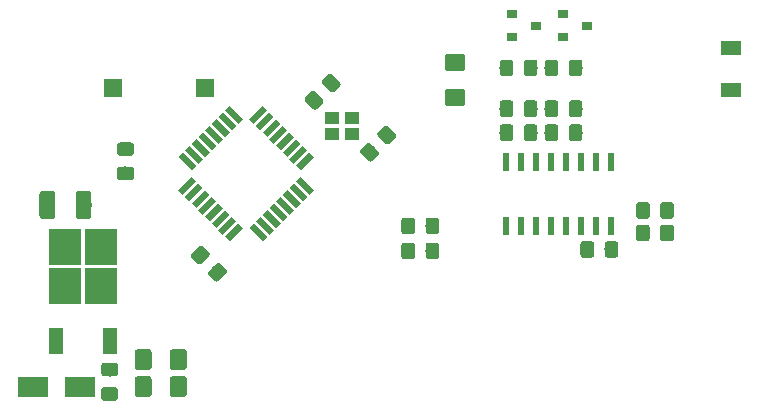
<source format=gbr>
G04 #@! TF.GenerationSoftware,KiCad,Pcbnew,(5.1.0)-1*
G04 #@! TF.CreationDate,2022-04-18T23:31:18-07:00*
G04 #@! TF.ProjectId,1602A_LCD Serial Backpack,31363032-415f-44c4-9344-205365726961,rev?*
G04 #@! TF.SameCoordinates,PX660b0c0PY66ff300*
G04 #@! TF.FileFunction,Paste,Bot*
G04 #@! TF.FilePolarity,Positive*
%FSLAX45Y45*%
G04 Gerber Fmt 4.5, Leading zero omitted, Abs format (unit mm)*
G04 Created by KiCad (PCBNEW (5.1.0)-1) date 2022-04-18 23:31:18*
%MOMM*%
%LPD*%
G04 APERTURE LIST*
%ADD10C,0.100000*%
%ADD11C,1.150000*%
%ADD12C,1.425000*%
%ADD13C,1.325000*%
%ADD14R,1.200000X2.200000*%
%ADD15R,2.750000X3.050000*%
%ADD16R,2.500000X1.800000*%
%ADD17R,0.900000X0.800000*%
%ADD18C,0.550000*%
%ADD19R,1.150000X1.000000*%
%ADD20R,1.500000X1.500000*%
%ADD21R,1.700000X1.300000*%
%ADD22R,0.600000X1.500000*%
G04 APERTURE END LIST*
D10*
G36*
X5717950Y1509800D02*
G01*
X5720377Y1509440D01*
X5722757Y1508843D01*
X5725067Y1508017D01*
X5727285Y1506968D01*
X5729389Y1505707D01*
X5731360Y1504245D01*
X5733178Y1502598D01*
X5734825Y1500780D01*
X5736287Y1498809D01*
X5737548Y1496705D01*
X5738597Y1494487D01*
X5739423Y1492177D01*
X5740020Y1489797D01*
X5740380Y1487370D01*
X5740500Y1484920D01*
X5740500Y1394920D01*
X5740380Y1392470D01*
X5740020Y1390043D01*
X5739423Y1387663D01*
X5738597Y1385353D01*
X5737548Y1383135D01*
X5736287Y1381031D01*
X5734825Y1379060D01*
X5733178Y1377242D01*
X5731360Y1375595D01*
X5729389Y1374133D01*
X5727285Y1372872D01*
X5725067Y1371823D01*
X5722757Y1370997D01*
X5720377Y1370400D01*
X5717950Y1370040D01*
X5715500Y1369920D01*
X5650500Y1369920D01*
X5648049Y1370040D01*
X5645623Y1370400D01*
X5643243Y1370997D01*
X5640933Y1371823D01*
X5638715Y1372872D01*
X5636611Y1374133D01*
X5634640Y1375595D01*
X5632822Y1377242D01*
X5631175Y1379060D01*
X5629713Y1381031D01*
X5628452Y1383135D01*
X5627403Y1385353D01*
X5626576Y1387663D01*
X5625980Y1390043D01*
X5625620Y1392470D01*
X5625500Y1394920D01*
X5625500Y1484920D01*
X5625620Y1487370D01*
X5625980Y1489797D01*
X5626576Y1492177D01*
X5627403Y1494487D01*
X5628452Y1496705D01*
X5629713Y1498809D01*
X5631175Y1500780D01*
X5632822Y1502598D01*
X5634640Y1504245D01*
X5636611Y1505707D01*
X5638715Y1506968D01*
X5640933Y1508017D01*
X5643243Y1508843D01*
X5645623Y1509440D01*
X5648049Y1509800D01*
X5650500Y1509920D01*
X5715500Y1509920D01*
X5717950Y1509800D01*
X5717950Y1509800D01*
G37*
D11*
X5683000Y1439920D03*
D10*
G36*
X5512951Y1509800D02*
G01*
X5515377Y1509440D01*
X5517757Y1508843D01*
X5520067Y1508017D01*
X5522285Y1506968D01*
X5524389Y1505707D01*
X5526360Y1504245D01*
X5528178Y1502598D01*
X5529825Y1500780D01*
X5531287Y1498809D01*
X5532548Y1496705D01*
X5533597Y1494487D01*
X5534424Y1492177D01*
X5535020Y1489797D01*
X5535380Y1487370D01*
X5535500Y1484920D01*
X5535500Y1394920D01*
X5535380Y1392470D01*
X5535020Y1390043D01*
X5534424Y1387663D01*
X5533597Y1385353D01*
X5532548Y1383135D01*
X5531287Y1381031D01*
X5529825Y1379060D01*
X5528178Y1377242D01*
X5526360Y1375595D01*
X5524389Y1374133D01*
X5522285Y1372872D01*
X5520067Y1371823D01*
X5517757Y1370997D01*
X5515377Y1370400D01*
X5512951Y1370040D01*
X5510500Y1369920D01*
X5445500Y1369920D01*
X5443050Y1370040D01*
X5440623Y1370400D01*
X5438243Y1370997D01*
X5435933Y1371823D01*
X5433715Y1372872D01*
X5431611Y1374133D01*
X5429640Y1375595D01*
X5427822Y1377242D01*
X5426175Y1379060D01*
X5424713Y1381031D01*
X5423452Y1383135D01*
X5422403Y1385353D01*
X5421577Y1387663D01*
X5420980Y1390043D01*
X5420620Y1392470D01*
X5420500Y1394920D01*
X5420500Y1484920D01*
X5420620Y1487370D01*
X5420980Y1489797D01*
X5421577Y1492177D01*
X5422403Y1494487D01*
X5423452Y1496705D01*
X5424713Y1498809D01*
X5426175Y1500780D01*
X5427822Y1502598D01*
X5429640Y1504245D01*
X5431611Y1505707D01*
X5433715Y1506968D01*
X5435933Y1508017D01*
X5438243Y1508843D01*
X5440623Y1509440D01*
X5443050Y1509800D01*
X5445500Y1509920D01*
X5510500Y1509920D01*
X5512951Y1509800D01*
X5512951Y1509800D01*
G37*
D11*
X5478000Y1439920D03*
D10*
G36*
X5209951Y3047780D02*
G01*
X5212377Y3047420D01*
X5214757Y3046823D01*
X5217067Y3045997D01*
X5219285Y3044948D01*
X5221389Y3043687D01*
X5223360Y3042225D01*
X5225178Y3040578D01*
X5226825Y3038760D01*
X5228287Y3036789D01*
X5229548Y3034685D01*
X5230597Y3032467D01*
X5231424Y3030157D01*
X5232020Y3027777D01*
X5232380Y3025350D01*
X5232500Y3022900D01*
X5232500Y2932900D01*
X5232380Y2930449D01*
X5232020Y2928023D01*
X5231424Y2925643D01*
X5230597Y2923333D01*
X5229548Y2921115D01*
X5228287Y2919011D01*
X5226825Y2917040D01*
X5225178Y2915222D01*
X5223360Y2913575D01*
X5221389Y2912113D01*
X5219285Y2910852D01*
X5217067Y2909803D01*
X5214757Y2908976D01*
X5212377Y2908380D01*
X5209951Y2908020D01*
X5207500Y2907900D01*
X5142500Y2907900D01*
X5140050Y2908020D01*
X5137623Y2908380D01*
X5135243Y2908976D01*
X5132933Y2909803D01*
X5130715Y2910852D01*
X5128611Y2912113D01*
X5126640Y2913575D01*
X5124822Y2915222D01*
X5123175Y2917040D01*
X5121713Y2919011D01*
X5120452Y2921115D01*
X5119403Y2923333D01*
X5118577Y2925643D01*
X5117980Y2928023D01*
X5117620Y2930449D01*
X5117500Y2932900D01*
X5117500Y3022900D01*
X5117620Y3025350D01*
X5117980Y3027777D01*
X5118577Y3030157D01*
X5119403Y3032467D01*
X5120452Y3034685D01*
X5121713Y3036789D01*
X5123175Y3038760D01*
X5124822Y3040578D01*
X5126640Y3042225D01*
X5128611Y3043687D01*
X5130715Y3044948D01*
X5132933Y3045997D01*
X5135243Y3046823D01*
X5137623Y3047420D01*
X5140050Y3047780D01*
X5142500Y3047900D01*
X5207500Y3047900D01*
X5209951Y3047780D01*
X5209951Y3047780D01*
G37*
D11*
X5175000Y2977900D03*
D10*
G36*
X5414951Y3047780D02*
G01*
X5417377Y3047420D01*
X5419757Y3046823D01*
X5422067Y3045997D01*
X5424285Y3044948D01*
X5426389Y3043687D01*
X5428360Y3042225D01*
X5430178Y3040578D01*
X5431825Y3038760D01*
X5433287Y3036789D01*
X5434548Y3034685D01*
X5435597Y3032467D01*
X5436424Y3030157D01*
X5437020Y3027777D01*
X5437380Y3025350D01*
X5437500Y3022900D01*
X5437500Y2932900D01*
X5437380Y2930449D01*
X5437020Y2928023D01*
X5436424Y2925643D01*
X5435597Y2923333D01*
X5434548Y2921115D01*
X5433287Y2919011D01*
X5431825Y2917040D01*
X5430178Y2915222D01*
X5428360Y2913575D01*
X5426389Y2912113D01*
X5424285Y2910852D01*
X5422067Y2909803D01*
X5419757Y2908976D01*
X5417377Y2908380D01*
X5414951Y2908020D01*
X5412500Y2907900D01*
X5347500Y2907900D01*
X5345050Y2908020D01*
X5342623Y2908380D01*
X5340243Y2908976D01*
X5337933Y2909803D01*
X5335715Y2910852D01*
X5333611Y2912113D01*
X5331640Y2913575D01*
X5329822Y2915222D01*
X5328175Y2917040D01*
X5326713Y2919011D01*
X5325452Y2921115D01*
X5324403Y2923333D01*
X5323577Y2925643D01*
X5322980Y2928023D01*
X5322620Y2930449D01*
X5322500Y2932900D01*
X5322500Y3022900D01*
X5322620Y3025350D01*
X5322980Y3027777D01*
X5323577Y3030157D01*
X5324403Y3032467D01*
X5325452Y3034685D01*
X5326713Y3036789D01*
X5328175Y3038760D01*
X5329822Y3040578D01*
X5331640Y3042225D01*
X5333611Y3043687D01*
X5335715Y3044948D01*
X5337933Y3045997D01*
X5340243Y3046823D01*
X5342623Y3047420D01*
X5345050Y3047780D01*
X5347500Y3047900D01*
X5412500Y3047900D01*
X5414951Y3047780D01*
X5414951Y3047780D01*
G37*
D11*
X5380000Y2977900D03*
D10*
G36*
X4422860Y3095080D02*
G01*
X4425287Y3094720D01*
X4427667Y3094123D01*
X4429977Y3093297D01*
X4432195Y3092248D01*
X4434299Y3090987D01*
X4436270Y3089525D01*
X4438088Y3087878D01*
X4439735Y3086060D01*
X4441197Y3084089D01*
X4442458Y3081985D01*
X4443507Y3079767D01*
X4444334Y3077457D01*
X4444930Y3075077D01*
X4445290Y3072650D01*
X4445410Y3070200D01*
X4445410Y2977700D01*
X4445290Y2975250D01*
X4444930Y2972823D01*
X4444334Y2970443D01*
X4443507Y2968133D01*
X4442458Y2965915D01*
X4441197Y2963811D01*
X4439735Y2961840D01*
X4438088Y2960022D01*
X4436270Y2958375D01*
X4434299Y2956913D01*
X4432195Y2955652D01*
X4429977Y2954603D01*
X4427667Y2953776D01*
X4425287Y2953180D01*
X4422860Y2952820D01*
X4420410Y2952700D01*
X4295410Y2952700D01*
X4292960Y2952820D01*
X4290533Y2953180D01*
X4288153Y2953776D01*
X4285843Y2954603D01*
X4283625Y2955652D01*
X4281521Y2956913D01*
X4279550Y2958375D01*
X4277732Y2960022D01*
X4276085Y2961840D01*
X4274623Y2963811D01*
X4273362Y2965915D01*
X4272313Y2968133D01*
X4271487Y2970443D01*
X4270890Y2972823D01*
X4270530Y2975250D01*
X4270410Y2977700D01*
X4270410Y3070200D01*
X4270530Y3072650D01*
X4270890Y3075077D01*
X4271487Y3077457D01*
X4272313Y3079767D01*
X4273362Y3081985D01*
X4274623Y3084089D01*
X4276085Y3086060D01*
X4277732Y3087878D01*
X4279550Y3089525D01*
X4281521Y3090987D01*
X4283625Y3092248D01*
X4285843Y3093297D01*
X4288153Y3094123D01*
X4290533Y3094720D01*
X4292960Y3095080D01*
X4295410Y3095200D01*
X4420410Y3095200D01*
X4422860Y3095080D01*
X4422860Y3095080D01*
G37*
D12*
X4357910Y3023950D03*
D10*
G36*
X4422860Y2797580D02*
G01*
X4425287Y2797220D01*
X4427667Y2796623D01*
X4429977Y2795797D01*
X4432195Y2794748D01*
X4434299Y2793487D01*
X4436270Y2792025D01*
X4438088Y2790378D01*
X4439735Y2788560D01*
X4441197Y2786589D01*
X4442458Y2784485D01*
X4443507Y2782267D01*
X4444334Y2779957D01*
X4444930Y2777577D01*
X4445290Y2775150D01*
X4445410Y2772700D01*
X4445410Y2680200D01*
X4445290Y2677750D01*
X4444930Y2675323D01*
X4444334Y2672943D01*
X4443507Y2670633D01*
X4442458Y2668415D01*
X4441197Y2666311D01*
X4439735Y2664340D01*
X4438088Y2662522D01*
X4436270Y2660875D01*
X4434299Y2659413D01*
X4432195Y2658152D01*
X4429977Y2657103D01*
X4427667Y2656277D01*
X4425287Y2655680D01*
X4422860Y2655320D01*
X4420410Y2655200D01*
X4295410Y2655200D01*
X4292960Y2655320D01*
X4290533Y2655680D01*
X4288153Y2656277D01*
X4285843Y2657103D01*
X4283625Y2658152D01*
X4281521Y2659413D01*
X4279550Y2660875D01*
X4277732Y2662522D01*
X4276085Y2664340D01*
X4274623Y2666311D01*
X4273362Y2668415D01*
X4272313Y2670633D01*
X4271487Y2672943D01*
X4270890Y2675323D01*
X4270530Y2677750D01*
X4270410Y2680200D01*
X4270410Y2772700D01*
X4270530Y2775150D01*
X4270890Y2777577D01*
X4271487Y2779957D01*
X4272313Y2782267D01*
X4273362Y2784485D01*
X4274623Y2786589D01*
X4276085Y2788560D01*
X4277732Y2790378D01*
X4279550Y2792025D01*
X4281521Y2793487D01*
X4283625Y2794748D01*
X4285843Y2795797D01*
X4288153Y2796623D01*
X4290533Y2797220D01*
X4292960Y2797580D01*
X4295410Y2797700D01*
X4420410Y2797700D01*
X4422860Y2797580D01*
X4422860Y2797580D01*
G37*
D12*
X4357910Y2726450D03*
D10*
G36*
X1257651Y1933400D02*
G01*
X1260077Y1933040D01*
X1262457Y1932443D01*
X1264767Y1931617D01*
X1266985Y1930568D01*
X1269089Y1929307D01*
X1271060Y1927845D01*
X1272878Y1926198D01*
X1274525Y1924380D01*
X1275987Y1922409D01*
X1277248Y1920305D01*
X1278297Y1918087D01*
X1279124Y1915777D01*
X1279720Y1913397D01*
X1280080Y1910970D01*
X1280200Y1908520D01*
X1280200Y1723520D01*
X1280080Y1721069D01*
X1279720Y1718643D01*
X1279124Y1716263D01*
X1278297Y1713953D01*
X1277248Y1711735D01*
X1275987Y1709631D01*
X1274525Y1707660D01*
X1272878Y1705842D01*
X1271060Y1704195D01*
X1269089Y1702733D01*
X1266985Y1701472D01*
X1264767Y1700423D01*
X1262457Y1699596D01*
X1260077Y1699000D01*
X1257651Y1698640D01*
X1255200Y1698520D01*
X1172700Y1698520D01*
X1170250Y1698640D01*
X1167823Y1699000D01*
X1165443Y1699596D01*
X1163133Y1700423D01*
X1160915Y1701472D01*
X1158811Y1702733D01*
X1156840Y1704195D01*
X1155022Y1705842D01*
X1153375Y1707660D01*
X1151913Y1709631D01*
X1150652Y1711735D01*
X1149603Y1713953D01*
X1148777Y1716263D01*
X1148180Y1718643D01*
X1147820Y1721069D01*
X1147700Y1723520D01*
X1147700Y1908520D01*
X1147820Y1910970D01*
X1148180Y1913397D01*
X1148777Y1915777D01*
X1149603Y1918087D01*
X1150652Y1920305D01*
X1151913Y1922409D01*
X1153375Y1924380D01*
X1155022Y1926198D01*
X1156840Y1927845D01*
X1158811Y1929307D01*
X1160915Y1930568D01*
X1163133Y1931617D01*
X1165443Y1932443D01*
X1167823Y1933040D01*
X1170250Y1933400D01*
X1172700Y1933520D01*
X1255200Y1933520D01*
X1257651Y1933400D01*
X1257651Y1933400D01*
G37*
D13*
X1213950Y1816020D03*
D10*
G36*
X950150Y1933400D02*
G01*
X952577Y1933040D01*
X954957Y1932443D01*
X957267Y1931617D01*
X959485Y1930568D01*
X961589Y1929307D01*
X963560Y1927845D01*
X965378Y1926198D01*
X967025Y1924380D01*
X968487Y1922409D01*
X969748Y1920305D01*
X970797Y1918087D01*
X971623Y1915777D01*
X972220Y1913397D01*
X972580Y1910970D01*
X972700Y1908520D01*
X972700Y1723520D01*
X972580Y1721069D01*
X972220Y1718643D01*
X971623Y1716263D01*
X970797Y1713953D01*
X969748Y1711735D01*
X968487Y1709631D01*
X967025Y1707660D01*
X965378Y1705842D01*
X963560Y1704195D01*
X961589Y1702733D01*
X959485Y1701472D01*
X957267Y1700423D01*
X954957Y1699596D01*
X952577Y1699000D01*
X950150Y1698640D01*
X947700Y1698520D01*
X865200Y1698520D01*
X862749Y1698640D01*
X860323Y1699000D01*
X857943Y1699596D01*
X855633Y1700423D01*
X853415Y1701472D01*
X851311Y1702733D01*
X849340Y1704195D01*
X847522Y1705842D01*
X845875Y1707660D01*
X844413Y1709631D01*
X843152Y1711735D01*
X842103Y1713953D01*
X841276Y1716263D01*
X840680Y1718643D01*
X840320Y1721069D01*
X840200Y1723520D01*
X840200Y1908520D01*
X840320Y1910970D01*
X840680Y1913397D01*
X841276Y1915777D01*
X842103Y1918087D01*
X843152Y1920305D01*
X844413Y1922409D01*
X845875Y1924380D01*
X847522Y1926198D01*
X849340Y1927845D01*
X851311Y1929307D01*
X853415Y1930568D01*
X855633Y1931617D01*
X857943Y1932443D01*
X860323Y1933040D01*
X862749Y1933400D01*
X865200Y1933520D01*
X947700Y1933520D01*
X950150Y1933400D01*
X950150Y1933400D01*
G37*
D13*
X906450Y1816020D03*
D14*
X1434250Y664500D03*
X978250Y664500D03*
D15*
X1053750Y1462000D03*
X1358750Y1127000D03*
X1358750Y1462000D03*
X1053750Y1127000D03*
D10*
G36*
X4828951Y3047780D02*
G01*
X4831377Y3047420D01*
X4833757Y3046823D01*
X4836067Y3045997D01*
X4838285Y3044948D01*
X4840389Y3043687D01*
X4842360Y3042225D01*
X4844178Y3040578D01*
X4845825Y3038760D01*
X4847287Y3036789D01*
X4848548Y3034685D01*
X4849597Y3032467D01*
X4850424Y3030157D01*
X4851020Y3027777D01*
X4851380Y3025350D01*
X4851500Y3022900D01*
X4851500Y2932900D01*
X4851380Y2930449D01*
X4851020Y2928023D01*
X4850424Y2925643D01*
X4849597Y2923333D01*
X4848548Y2921115D01*
X4847287Y2919011D01*
X4845825Y2917040D01*
X4844178Y2915222D01*
X4842360Y2913575D01*
X4840389Y2912113D01*
X4838285Y2910852D01*
X4836067Y2909803D01*
X4833757Y2908976D01*
X4831377Y2908380D01*
X4828951Y2908020D01*
X4826500Y2907900D01*
X4761500Y2907900D01*
X4759050Y2908020D01*
X4756623Y2908380D01*
X4754243Y2908976D01*
X4751933Y2909803D01*
X4749715Y2910852D01*
X4747611Y2912113D01*
X4745640Y2913575D01*
X4743822Y2915222D01*
X4742175Y2917040D01*
X4740713Y2919011D01*
X4739452Y2921115D01*
X4738403Y2923333D01*
X4737577Y2925643D01*
X4736980Y2928023D01*
X4736620Y2930449D01*
X4736500Y2932900D01*
X4736500Y3022900D01*
X4736620Y3025350D01*
X4736980Y3027777D01*
X4737577Y3030157D01*
X4738403Y3032467D01*
X4739452Y3034685D01*
X4740713Y3036789D01*
X4742175Y3038760D01*
X4743822Y3040578D01*
X4745640Y3042225D01*
X4747611Y3043687D01*
X4749715Y3044948D01*
X4751933Y3045997D01*
X4754243Y3046823D01*
X4756623Y3047420D01*
X4759050Y3047780D01*
X4761500Y3047900D01*
X4826500Y3047900D01*
X4828951Y3047780D01*
X4828951Y3047780D01*
G37*
D11*
X4794000Y2977900D03*
D10*
G36*
X5033951Y3047780D02*
G01*
X5036377Y3047420D01*
X5038757Y3046823D01*
X5041067Y3045997D01*
X5043285Y3044948D01*
X5045389Y3043687D01*
X5047360Y3042225D01*
X5049178Y3040578D01*
X5050825Y3038760D01*
X5052287Y3036789D01*
X5053548Y3034685D01*
X5054597Y3032467D01*
X5055424Y3030157D01*
X5056020Y3027777D01*
X5056380Y3025350D01*
X5056500Y3022900D01*
X5056500Y2932900D01*
X5056380Y2930449D01*
X5056020Y2928023D01*
X5055424Y2925643D01*
X5054597Y2923333D01*
X5053548Y2921115D01*
X5052287Y2919011D01*
X5050825Y2917040D01*
X5049178Y2915222D01*
X5047360Y2913575D01*
X5045389Y2912113D01*
X5043285Y2910852D01*
X5041067Y2909803D01*
X5038757Y2908976D01*
X5036377Y2908380D01*
X5033951Y2908020D01*
X5031500Y2907900D01*
X4966500Y2907900D01*
X4964050Y2908020D01*
X4961623Y2908380D01*
X4959243Y2908976D01*
X4956933Y2909803D01*
X4954715Y2910852D01*
X4952611Y2912113D01*
X4950640Y2913575D01*
X4948822Y2915222D01*
X4947175Y2917040D01*
X4945713Y2919011D01*
X4944452Y2921115D01*
X4943403Y2923333D01*
X4942577Y2925643D01*
X4941980Y2928023D01*
X4941620Y2930449D01*
X4941500Y2932900D01*
X4941500Y3022900D01*
X4941620Y3025350D01*
X4941980Y3027777D01*
X4942577Y3030157D01*
X4943403Y3032467D01*
X4944452Y3034685D01*
X4945713Y3036789D01*
X4947175Y3038760D01*
X4948822Y3040578D01*
X4950640Y3042225D01*
X4952611Y3043687D01*
X4954715Y3044948D01*
X4956933Y3045997D01*
X4959243Y3046823D01*
X4961623Y3047420D01*
X4964050Y3047780D01*
X4966500Y3047900D01*
X5031500Y3047900D01*
X5033951Y3047780D01*
X5033951Y3047780D01*
G37*
D11*
X4999000Y2977900D03*
D10*
G36*
X2213131Y1472879D02*
G01*
X2215558Y1472519D01*
X2217938Y1471923D01*
X2220247Y1471096D01*
X2222465Y1470047D01*
X2224570Y1468786D01*
X2226540Y1467324D01*
X2228358Y1465677D01*
X2274320Y1419715D01*
X2275968Y1417897D01*
X2277429Y1415926D01*
X2278690Y1413822D01*
X2279739Y1411604D01*
X2280566Y1409294D01*
X2281162Y1406914D01*
X2281522Y1404488D01*
X2281642Y1402037D01*
X2281522Y1399587D01*
X2281162Y1397160D01*
X2280566Y1394780D01*
X2279739Y1392470D01*
X2278690Y1390252D01*
X2277429Y1388148D01*
X2275968Y1386177D01*
X2274320Y1384360D01*
X2210680Y1320720D01*
X2208863Y1319072D01*
X2206892Y1317611D01*
X2204788Y1316350D01*
X2202570Y1315301D01*
X2200260Y1314474D01*
X2197880Y1313878D01*
X2195453Y1313518D01*
X2193003Y1313398D01*
X2190552Y1313518D01*
X2188126Y1313878D01*
X2185746Y1314474D01*
X2183436Y1315301D01*
X2181218Y1316350D01*
X2179114Y1317611D01*
X2177143Y1319072D01*
X2175325Y1320720D01*
X2129363Y1366682D01*
X2127716Y1368500D01*
X2126254Y1370470D01*
X2124993Y1372575D01*
X2123944Y1374793D01*
X2123117Y1377103D01*
X2122521Y1379482D01*
X2122161Y1381909D01*
X2122041Y1384360D01*
X2122161Y1386810D01*
X2122521Y1389237D01*
X2123117Y1391617D01*
X2123944Y1393927D01*
X2124993Y1396145D01*
X2126254Y1398249D01*
X2127716Y1400219D01*
X2129363Y1402037D01*
X2193003Y1465677D01*
X2194821Y1467324D01*
X2196791Y1468786D01*
X2198896Y1470047D01*
X2201113Y1471096D01*
X2203423Y1471923D01*
X2205803Y1472519D01*
X2208230Y1472879D01*
X2210680Y1472999D01*
X2213131Y1472879D01*
X2213131Y1472879D01*
G37*
D11*
X2201842Y1393198D03*
D10*
G36*
X2358088Y1327922D02*
G01*
X2360514Y1327562D01*
X2362894Y1326966D01*
X2365204Y1326139D01*
X2367422Y1325090D01*
X2369526Y1323829D01*
X2371497Y1322368D01*
X2373315Y1320720D01*
X2419277Y1274758D01*
X2420925Y1272940D01*
X2422386Y1270970D01*
X2423647Y1268865D01*
X2424696Y1266647D01*
X2425523Y1264338D01*
X2426119Y1261958D01*
X2426479Y1259531D01*
X2426599Y1257080D01*
X2426479Y1254630D01*
X2426119Y1252203D01*
X2425523Y1249823D01*
X2424696Y1247513D01*
X2423647Y1245296D01*
X2422386Y1243191D01*
X2420925Y1241221D01*
X2419277Y1239403D01*
X2355637Y1175763D01*
X2353819Y1174116D01*
X2351849Y1172654D01*
X2349745Y1171393D01*
X2347527Y1170344D01*
X2345217Y1169517D01*
X2342837Y1168921D01*
X2340410Y1168561D01*
X2337960Y1168441D01*
X2335509Y1168561D01*
X2333082Y1168921D01*
X2330703Y1169517D01*
X2328393Y1170344D01*
X2326175Y1171393D01*
X2324070Y1172654D01*
X2322100Y1174116D01*
X2320282Y1175763D01*
X2274320Y1221725D01*
X2272672Y1223543D01*
X2271211Y1225514D01*
X2269950Y1227618D01*
X2268901Y1229836D01*
X2268074Y1232146D01*
X2267478Y1234526D01*
X2267118Y1236952D01*
X2266998Y1239403D01*
X2267118Y1241853D01*
X2267478Y1244280D01*
X2268074Y1246660D01*
X2268901Y1248970D01*
X2269950Y1251188D01*
X2271211Y1253292D01*
X2272672Y1255263D01*
X2274320Y1257080D01*
X2337960Y1320720D01*
X2339777Y1322368D01*
X2341748Y1323829D01*
X2343852Y1325090D01*
X2346070Y1326139D01*
X2348380Y1326966D01*
X2350760Y1327562D01*
X2353187Y1327922D01*
X2355637Y1328042D01*
X2358088Y1327922D01*
X2358088Y1327922D01*
G37*
D11*
X2346798Y1248242D03*
D10*
G36*
X1481700Y479840D02*
G01*
X1484127Y479480D01*
X1486507Y478883D01*
X1488817Y478057D01*
X1491035Y477008D01*
X1493139Y475747D01*
X1495110Y474285D01*
X1496928Y472638D01*
X1498575Y470820D01*
X1500037Y468849D01*
X1501298Y466745D01*
X1502347Y464527D01*
X1503173Y462217D01*
X1503770Y459837D01*
X1504130Y457410D01*
X1504250Y454960D01*
X1504250Y389960D01*
X1504130Y387509D01*
X1503770Y385083D01*
X1503173Y382703D01*
X1502347Y380393D01*
X1501298Y378175D01*
X1500037Y376071D01*
X1498575Y374100D01*
X1496928Y372282D01*
X1495110Y370635D01*
X1493139Y369173D01*
X1491035Y367912D01*
X1488817Y366863D01*
X1486507Y366036D01*
X1484127Y365440D01*
X1481700Y365080D01*
X1479250Y364960D01*
X1389250Y364960D01*
X1386800Y365080D01*
X1384373Y365440D01*
X1381993Y366036D01*
X1379683Y366863D01*
X1377465Y367912D01*
X1375361Y369173D01*
X1373390Y370635D01*
X1371572Y372282D01*
X1369925Y374100D01*
X1368463Y376071D01*
X1367202Y378175D01*
X1366153Y380393D01*
X1365327Y382703D01*
X1364730Y385083D01*
X1364370Y387509D01*
X1364250Y389960D01*
X1364250Y454960D01*
X1364370Y457410D01*
X1364730Y459837D01*
X1365327Y462217D01*
X1366153Y464527D01*
X1367202Y466745D01*
X1368463Y468849D01*
X1369925Y470820D01*
X1371572Y472638D01*
X1373390Y474285D01*
X1375361Y475747D01*
X1377465Y477008D01*
X1379683Y478057D01*
X1381993Y478883D01*
X1384373Y479480D01*
X1386800Y479840D01*
X1389250Y479960D01*
X1479250Y479960D01*
X1481700Y479840D01*
X1481700Y479840D01*
G37*
D11*
X1434250Y422460D03*
D10*
G36*
X1481700Y274840D02*
G01*
X1484127Y274480D01*
X1486507Y273884D01*
X1488817Y273057D01*
X1491035Y272008D01*
X1493139Y270747D01*
X1495110Y269285D01*
X1496928Y267638D01*
X1498575Y265820D01*
X1500037Y263849D01*
X1501298Y261745D01*
X1502347Y259527D01*
X1503173Y257217D01*
X1503770Y254837D01*
X1504130Y252410D01*
X1504250Y249960D01*
X1504250Y184960D01*
X1504130Y182509D01*
X1503770Y180083D01*
X1503173Y177703D01*
X1502347Y175393D01*
X1501298Y173175D01*
X1500037Y171071D01*
X1498575Y169100D01*
X1496928Y167282D01*
X1495110Y165635D01*
X1493139Y164173D01*
X1491035Y162912D01*
X1488817Y161863D01*
X1486507Y161037D01*
X1484127Y160440D01*
X1481700Y160080D01*
X1479250Y159960D01*
X1389250Y159960D01*
X1386800Y160080D01*
X1384373Y160440D01*
X1381993Y161037D01*
X1379683Y161863D01*
X1377465Y162912D01*
X1375361Y164173D01*
X1373390Y165635D01*
X1371572Y167282D01*
X1369925Y169100D01*
X1368463Y171071D01*
X1367202Y173175D01*
X1366153Y175393D01*
X1365327Y177703D01*
X1364730Y180083D01*
X1364370Y182509D01*
X1364250Y184960D01*
X1364250Y249960D01*
X1364370Y252410D01*
X1364730Y254837D01*
X1365327Y257217D01*
X1366153Y259527D01*
X1367202Y261745D01*
X1368463Y263849D01*
X1369925Y265820D01*
X1371572Y267638D01*
X1373390Y269285D01*
X1375361Y270747D01*
X1377465Y272008D01*
X1379683Y273057D01*
X1381993Y273884D01*
X1384373Y274480D01*
X1386800Y274840D01*
X1389250Y274960D01*
X1479250Y274960D01*
X1481700Y274840D01*
X1481700Y274840D01*
G37*
D11*
X1434250Y217460D03*
D10*
G36*
X3303070Y2928299D02*
G01*
X3305497Y2927939D01*
X3307877Y2927343D01*
X3310187Y2926516D01*
X3312404Y2925467D01*
X3314509Y2924206D01*
X3316479Y2922744D01*
X3318297Y2921097D01*
X3381937Y2857457D01*
X3383584Y2855639D01*
X3385046Y2853669D01*
X3386307Y2851564D01*
X3387356Y2849347D01*
X3388183Y2847037D01*
X3388779Y2844657D01*
X3389139Y2842230D01*
X3389259Y2839780D01*
X3389139Y2837329D01*
X3388779Y2834902D01*
X3388183Y2832522D01*
X3387356Y2830213D01*
X3386307Y2827995D01*
X3385046Y2825890D01*
X3383584Y2823920D01*
X3381937Y2822102D01*
X3335975Y2776140D01*
X3334157Y2774492D01*
X3332186Y2773031D01*
X3330082Y2771770D01*
X3327864Y2770721D01*
X3325554Y2769894D01*
X3323174Y2769298D01*
X3320748Y2768938D01*
X3318297Y2768818D01*
X3315847Y2768938D01*
X3313420Y2769298D01*
X3311040Y2769894D01*
X3308730Y2770721D01*
X3306512Y2771770D01*
X3304408Y2773031D01*
X3302437Y2774492D01*
X3300620Y2776140D01*
X3236980Y2839780D01*
X3235332Y2841597D01*
X3233871Y2843568D01*
X3232610Y2845672D01*
X3231561Y2847890D01*
X3230734Y2850200D01*
X3230138Y2852580D01*
X3229778Y2855007D01*
X3229658Y2857457D01*
X3229778Y2859908D01*
X3230138Y2862334D01*
X3230734Y2864714D01*
X3231561Y2867024D01*
X3232610Y2869242D01*
X3233871Y2871346D01*
X3235332Y2873317D01*
X3236980Y2875135D01*
X3282942Y2921097D01*
X3284760Y2922744D01*
X3286730Y2924206D01*
X3288835Y2925467D01*
X3291053Y2926516D01*
X3293362Y2927343D01*
X3295742Y2927939D01*
X3298169Y2928299D01*
X3300620Y2928419D01*
X3303070Y2928299D01*
X3303070Y2928299D01*
G37*
D11*
X3309458Y2848618D03*
D10*
G36*
X3158113Y2783342D02*
G01*
X3160540Y2782982D01*
X3162920Y2782386D01*
X3165230Y2781559D01*
X3167448Y2780510D01*
X3169552Y2779249D01*
X3171523Y2777788D01*
X3173340Y2776140D01*
X3236980Y2712500D01*
X3238628Y2710683D01*
X3240089Y2708712D01*
X3241350Y2706608D01*
X3242399Y2704390D01*
X3243226Y2702080D01*
X3243822Y2699700D01*
X3244182Y2697273D01*
X3244302Y2694823D01*
X3244182Y2692372D01*
X3243822Y2689946D01*
X3243226Y2687566D01*
X3242399Y2685256D01*
X3241350Y2683038D01*
X3240089Y2680934D01*
X3238628Y2678963D01*
X3236980Y2677145D01*
X3191018Y2631183D01*
X3189200Y2629536D01*
X3187230Y2628074D01*
X3185125Y2626813D01*
X3182907Y2625764D01*
X3180597Y2624937D01*
X3178218Y2624341D01*
X3175791Y2623981D01*
X3173340Y2623861D01*
X3170890Y2623981D01*
X3168463Y2624341D01*
X3166083Y2624937D01*
X3163773Y2625764D01*
X3161555Y2626813D01*
X3159451Y2628074D01*
X3157481Y2629536D01*
X3155663Y2631183D01*
X3092023Y2694823D01*
X3090375Y2696641D01*
X3088914Y2698611D01*
X3087653Y2700716D01*
X3086604Y2702933D01*
X3085777Y2705243D01*
X3085181Y2707623D01*
X3084821Y2710050D01*
X3084701Y2712500D01*
X3084821Y2714951D01*
X3085181Y2717378D01*
X3085777Y2719758D01*
X3086604Y2722067D01*
X3087653Y2724285D01*
X3088914Y2726390D01*
X3090375Y2728360D01*
X3092023Y2730178D01*
X3137985Y2776140D01*
X3139803Y2777788D01*
X3141774Y2779249D01*
X3143878Y2780510D01*
X3146096Y2781559D01*
X3148406Y2782386D01*
X3150786Y2782982D01*
X3153212Y2783342D01*
X3155663Y2783462D01*
X3158113Y2783342D01*
X3158113Y2783342D01*
G37*
D11*
X3164502Y2703662D03*
D10*
G36*
X3772970Y2488879D02*
G01*
X3775397Y2488519D01*
X3777777Y2487923D01*
X3780087Y2487096D01*
X3782304Y2486047D01*
X3784409Y2484786D01*
X3786379Y2483325D01*
X3788197Y2481677D01*
X3851837Y2418037D01*
X3853484Y2416219D01*
X3854946Y2414249D01*
X3856207Y2412145D01*
X3857256Y2409927D01*
X3858083Y2407617D01*
X3858679Y2405237D01*
X3859039Y2402810D01*
X3859159Y2400360D01*
X3859039Y2397909D01*
X3858679Y2395482D01*
X3858083Y2393103D01*
X3857256Y2390793D01*
X3856207Y2388575D01*
X3854946Y2386470D01*
X3853484Y2384500D01*
X3851837Y2382682D01*
X3805875Y2336720D01*
X3804057Y2335072D01*
X3802086Y2333611D01*
X3799982Y2332350D01*
X3797764Y2331301D01*
X3795454Y2330474D01*
X3793074Y2329878D01*
X3790648Y2329518D01*
X3788197Y2329398D01*
X3785747Y2329518D01*
X3783320Y2329878D01*
X3780940Y2330474D01*
X3778630Y2331301D01*
X3776412Y2332350D01*
X3774308Y2333611D01*
X3772337Y2335072D01*
X3770520Y2336720D01*
X3706880Y2400360D01*
X3705232Y2402177D01*
X3703771Y2404148D01*
X3702510Y2406252D01*
X3701461Y2408470D01*
X3700634Y2410780D01*
X3700038Y2413160D01*
X3699678Y2415587D01*
X3699558Y2418037D01*
X3699678Y2420488D01*
X3700038Y2422914D01*
X3700634Y2425294D01*
X3701461Y2427604D01*
X3702510Y2429822D01*
X3703771Y2431926D01*
X3705232Y2433897D01*
X3706880Y2435715D01*
X3752842Y2481677D01*
X3754660Y2483325D01*
X3756630Y2484786D01*
X3758735Y2486047D01*
X3760953Y2487096D01*
X3763262Y2487923D01*
X3765642Y2488519D01*
X3768069Y2488879D01*
X3770520Y2488999D01*
X3772970Y2488879D01*
X3772970Y2488879D01*
G37*
D11*
X3779358Y2409198D03*
D10*
G36*
X3628013Y2343922D02*
G01*
X3630440Y2343562D01*
X3632820Y2342966D01*
X3635130Y2342139D01*
X3637348Y2341090D01*
X3639452Y2339829D01*
X3641423Y2338368D01*
X3643240Y2336720D01*
X3706880Y2273080D01*
X3708528Y2271263D01*
X3709989Y2269292D01*
X3711250Y2267188D01*
X3712299Y2264970D01*
X3713126Y2262660D01*
X3713722Y2260280D01*
X3714082Y2257853D01*
X3714202Y2255403D01*
X3714082Y2252952D01*
X3713722Y2250526D01*
X3713126Y2248146D01*
X3712299Y2245836D01*
X3711250Y2243618D01*
X3709989Y2241514D01*
X3708528Y2239543D01*
X3706880Y2237725D01*
X3660918Y2191763D01*
X3659100Y2190116D01*
X3657130Y2188654D01*
X3655025Y2187393D01*
X3652807Y2186344D01*
X3650497Y2185517D01*
X3648118Y2184921D01*
X3645691Y2184561D01*
X3643240Y2184441D01*
X3640790Y2184561D01*
X3638363Y2184921D01*
X3635983Y2185517D01*
X3633673Y2186344D01*
X3631455Y2187393D01*
X3629351Y2188654D01*
X3627381Y2190116D01*
X3625563Y2191763D01*
X3561923Y2255403D01*
X3560275Y2257221D01*
X3558814Y2259191D01*
X3557553Y2261296D01*
X3556504Y2263513D01*
X3555677Y2265823D01*
X3555081Y2268203D01*
X3554721Y2270630D01*
X3554601Y2273080D01*
X3554721Y2275531D01*
X3555081Y2277958D01*
X3555677Y2280338D01*
X3556504Y2282647D01*
X3557553Y2284865D01*
X3558814Y2286970D01*
X3560275Y2288940D01*
X3561923Y2290758D01*
X3607885Y2336720D01*
X3609703Y2338368D01*
X3611674Y2339829D01*
X3613778Y2341090D01*
X3615996Y2342139D01*
X3618306Y2342966D01*
X3620686Y2343562D01*
X3623112Y2343922D01*
X3625563Y2344042D01*
X3628013Y2343922D01*
X3628013Y2343922D01*
G37*
D11*
X3634402Y2264242D03*
D16*
X1184000Y278812D03*
X784000Y278812D03*
D17*
X4843860Y3239940D03*
X4843860Y3429940D03*
X5043860Y3334940D03*
X5475660Y3334940D03*
X5275660Y3429940D03*
X5275660Y3239940D03*
D10*
G36*
X1615650Y2346130D02*
G01*
X1618077Y2345770D01*
X1620457Y2345174D01*
X1622767Y2344347D01*
X1624985Y2343298D01*
X1627089Y2342037D01*
X1629060Y2340575D01*
X1630878Y2338928D01*
X1632525Y2337110D01*
X1633987Y2335139D01*
X1635248Y2333035D01*
X1636297Y2330817D01*
X1637123Y2328507D01*
X1637720Y2326127D01*
X1638080Y2323701D01*
X1638200Y2321250D01*
X1638200Y2256250D01*
X1638080Y2253800D01*
X1637720Y2251373D01*
X1637123Y2248993D01*
X1636297Y2246683D01*
X1635248Y2244465D01*
X1633987Y2242361D01*
X1632525Y2240390D01*
X1630878Y2238572D01*
X1629060Y2236925D01*
X1627089Y2235463D01*
X1624985Y2234202D01*
X1622767Y2233153D01*
X1620457Y2232327D01*
X1618077Y2231730D01*
X1615650Y2231370D01*
X1613200Y2231250D01*
X1523200Y2231250D01*
X1520749Y2231370D01*
X1518323Y2231730D01*
X1515943Y2232327D01*
X1513633Y2233153D01*
X1511415Y2234202D01*
X1509311Y2235463D01*
X1507340Y2236925D01*
X1505522Y2238572D01*
X1503875Y2240390D01*
X1502413Y2242361D01*
X1501152Y2244465D01*
X1500103Y2246683D01*
X1499276Y2248993D01*
X1498680Y2251373D01*
X1498320Y2253800D01*
X1498200Y2256250D01*
X1498200Y2321250D01*
X1498320Y2323701D01*
X1498680Y2326127D01*
X1499276Y2328507D01*
X1500103Y2330817D01*
X1501152Y2333035D01*
X1502413Y2335139D01*
X1503875Y2337110D01*
X1505522Y2338928D01*
X1507340Y2340575D01*
X1509311Y2342037D01*
X1511415Y2343298D01*
X1513633Y2344347D01*
X1515943Y2345174D01*
X1518323Y2345770D01*
X1520749Y2346130D01*
X1523200Y2346250D01*
X1613200Y2346250D01*
X1615650Y2346130D01*
X1615650Y2346130D01*
G37*
D11*
X1568200Y2288750D03*
D10*
G36*
X1615650Y2141130D02*
G01*
X1618077Y2140770D01*
X1620457Y2140174D01*
X1622767Y2139347D01*
X1624985Y2138298D01*
X1627089Y2137037D01*
X1629060Y2135575D01*
X1630878Y2133928D01*
X1632525Y2132110D01*
X1633987Y2130139D01*
X1635248Y2128035D01*
X1636297Y2125817D01*
X1637123Y2123507D01*
X1637720Y2121127D01*
X1638080Y2118701D01*
X1638200Y2116250D01*
X1638200Y2051250D01*
X1638080Y2048799D01*
X1637720Y2046373D01*
X1637123Y2043993D01*
X1636297Y2041683D01*
X1635248Y2039465D01*
X1633987Y2037361D01*
X1632525Y2035390D01*
X1630878Y2033572D01*
X1629060Y2031925D01*
X1627089Y2030463D01*
X1624985Y2029202D01*
X1622767Y2028153D01*
X1620457Y2027326D01*
X1618077Y2026730D01*
X1615650Y2026370D01*
X1613200Y2026250D01*
X1523200Y2026250D01*
X1520749Y2026370D01*
X1518323Y2026730D01*
X1515943Y2027326D01*
X1513633Y2028153D01*
X1511415Y2029202D01*
X1509311Y2030463D01*
X1507340Y2031925D01*
X1505522Y2033572D01*
X1503875Y2035390D01*
X1502413Y2037361D01*
X1501152Y2039465D01*
X1500103Y2041683D01*
X1499276Y2043993D01*
X1498680Y2046373D01*
X1498320Y2048799D01*
X1498200Y2051250D01*
X1498200Y2116250D01*
X1498320Y2118701D01*
X1498680Y2121127D01*
X1499276Y2123507D01*
X1500103Y2125817D01*
X1501152Y2128035D01*
X1502413Y2130139D01*
X1503875Y2132110D01*
X1505522Y2133928D01*
X1507340Y2135575D01*
X1509311Y2137037D01*
X1511415Y2138298D01*
X1513633Y2139347D01*
X1515943Y2140174D01*
X1518323Y2140770D01*
X1520749Y2141130D01*
X1523200Y2141250D01*
X1613200Y2141250D01*
X1615650Y2141130D01*
X1615650Y2141130D01*
G37*
D11*
X1568200Y2083750D03*
D18*
X2691811Y2581230D03*
D10*
G36*
X2728934Y2657244D02*
G01*
X2767825Y2618353D01*
X2654687Y2505216D01*
X2615797Y2544107D01*
X2728934Y2657244D01*
X2728934Y2657244D01*
G37*
D18*
X2748379Y2524662D03*
D10*
G36*
X2785502Y2600676D02*
G01*
X2824393Y2561785D01*
X2711256Y2448648D01*
X2672365Y2487539D01*
X2785502Y2600676D01*
X2785502Y2600676D01*
G37*
D18*
X2804948Y2468093D03*
D10*
G36*
X2842071Y2544107D02*
G01*
X2880962Y2505216D01*
X2767825Y2392079D01*
X2728934Y2430970D01*
X2842071Y2544107D01*
X2842071Y2544107D01*
G37*
D18*
X2861516Y2411525D03*
D10*
G36*
X2898639Y2487539D02*
G01*
X2937530Y2448648D01*
X2824393Y2335511D01*
X2785502Y2374402D01*
X2898639Y2487539D01*
X2898639Y2487539D01*
G37*
D18*
X2918085Y2354956D03*
D10*
G36*
X2955208Y2430970D02*
G01*
X2994099Y2392079D01*
X2880962Y2278942D01*
X2842071Y2317833D01*
X2955208Y2430970D01*
X2955208Y2430970D01*
G37*
D18*
X2974653Y2298388D03*
D10*
G36*
X3011776Y2374402D02*
G01*
X3050667Y2335511D01*
X2937530Y2222374D01*
X2898639Y2261265D01*
X3011776Y2374402D01*
X3011776Y2374402D01*
G37*
D18*
X3031222Y2241819D03*
D10*
G36*
X3068345Y2317833D02*
G01*
X3107236Y2278942D01*
X2994099Y2165805D01*
X2955208Y2204696D01*
X3068345Y2317833D01*
X3068345Y2317833D01*
G37*
D18*
X3087790Y2185251D03*
D10*
G36*
X3124913Y2261265D02*
G01*
X3163804Y2222374D01*
X3050667Y2109237D01*
X3011776Y2148127D01*
X3124913Y2261265D01*
X3124913Y2261265D01*
G37*
D18*
X3087790Y1980189D03*
D10*
G36*
X3163804Y1943066D02*
G01*
X3124913Y1904175D01*
X3011776Y2017313D01*
X3050667Y2056203D01*
X3163804Y1943066D01*
X3163804Y1943066D01*
G37*
D18*
X3031222Y1923621D03*
D10*
G36*
X3107236Y1886498D02*
G01*
X3068345Y1847607D01*
X2955208Y1960744D01*
X2994099Y1999635D01*
X3107236Y1886498D01*
X3107236Y1886498D01*
G37*
D18*
X2974653Y1867052D03*
D10*
G36*
X3050667Y1829929D02*
G01*
X3011776Y1791038D01*
X2898639Y1904175D01*
X2937530Y1943066D01*
X3050667Y1829929D01*
X3050667Y1829929D01*
G37*
D18*
X2918085Y1810484D03*
D10*
G36*
X2994099Y1773361D02*
G01*
X2955208Y1734470D01*
X2842071Y1847607D01*
X2880962Y1886498D01*
X2994099Y1773361D01*
X2994099Y1773361D01*
G37*
D18*
X2861516Y1753915D03*
D10*
G36*
X2937530Y1716792D02*
G01*
X2898639Y1677901D01*
X2785502Y1791038D01*
X2824393Y1829929D01*
X2937530Y1716792D01*
X2937530Y1716792D01*
G37*
D18*
X2804948Y1697347D03*
D10*
G36*
X2880962Y1660224D02*
G01*
X2842071Y1621333D01*
X2728934Y1734470D01*
X2767825Y1773361D01*
X2880962Y1660224D01*
X2880962Y1660224D01*
G37*
D18*
X2748379Y1640778D03*
D10*
G36*
X2824393Y1603655D02*
G01*
X2785502Y1564764D01*
X2672365Y1677901D01*
X2711256Y1716792D01*
X2824393Y1603655D01*
X2824393Y1603655D01*
G37*
D18*
X2691811Y1584210D03*
D10*
G36*
X2767825Y1547087D02*
G01*
X2728934Y1508196D01*
X2615797Y1621333D01*
X2654687Y1660224D01*
X2767825Y1547087D01*
X2767825Y1547087D01*
G37*
D18*
X2486750Y1584210D03*
D10*
G36*
X2523873Y1660224D02*
G01*
X2562764Y1621333D01*
X2449626Y1508196D01*
X2410736Y1547087D01*
X2523873Y1660224D01*
X2523873Y1660224D01*
G37*
D18*
X2430181Y1640778D03*
D10*
G36*
X2467304Y1716792D02*
G01*
X2506195Y1677901D01*
X2393058Y1564764D01*
X2354167Y1603655D01*
X2467304Y1716792D01*
X2467304Y1716792D01*
G37*
D18*
X2373612Y1697347D03*
D10*
G36*
X2410736Y1773361D02*
G01*
X2449626Y1734470D01*
X2336489Y1621333D01*
X2297598Y1660224D01*
X2410736Y1773361D01*
X2410736Y1773361D01*
G37*
D18*
X2317044Y1753915D03*
D10*
G36*
X2354167Y1829929D02*
G01*
X2393058Y1791038D01*
X2279921Y1677901D01*
X2241030Y1716792D01*
X2354167Y1829929D01*
X2354167Y1829929D01*
G37*
D18*
X2260475Y1810484D03*
D10*
G36*
X2297598Y1886498D02*
G01*
X2336489Y1847607D01*
X2223352Y1734470D01*
X2184461Y1773361D01*
X2297598Y1886498D01*
X2297598Y1886498D01*
G37*
D18*
X2203907Y1867052D03*
D10*
G36*
X2241030Y1943066D02*
G01*
X2279921Y1904175D01*
X2166784Y1791038D01*
X2127893Y1829929D01*
X2241030Y1943066D01*
X2241030Y1943066D01*
G37*
D18*
X2147338Y1923621D03*
D10*
G36*
X2184461Y1999635D02*
G01*
X2223352Y1960744D01*
X2110215Y1847607D01*
X2071324Y1886498D01*
X2184461Y1999635D01*
X2184461Y1999635D01*
G37*
D18*
X2090770Y1980189D03*
D10*
G36*
X2127893Y2056203D02*
G01*
X2166784Y2017313D01*
X2053647Y1904175D01*
X2014756Y1943066D01*
X2127893Y2056203D01*
X2127893Y2056203D01*
G37*
D18*
X2090770Y2185251D03*
D10*
G36*
X2166784Y2148127D02*
G01*
X2127893Y2109237D01*
X2014756Y2222374D01*
X2053647Y2261265D01*
X2166784Y2148127D01*
X2166784Y2148127D01*
G37*
D18*
X2147338Y2241819D03*
D10*
G36*
X2223352Y2204696D02*
G01*
X2184461Y2165805D01*
X2071324Y2278942D01*
X2110215Y2317833D01*
X2223352Y2204696D01*
X2223352Y2204696D01*
G37*
D18*
X2203907Y2298388D03*
D10*
G36*
X2279921Y2261265D02*
G01*
X2241030Y2222374D01*
X2127893Y2335511D01*
X2166784Y2374402D01*
X2279921Y2261265D01*
X2279921Y2261265D01*
G37*
D18*
X2260475Y2354956D03*
D10*
G36*
X2336489Y2317833D02*
G01*
X2297598Y2278942D01*
X2184461Y2392079D01*
X2223352Y2430970D01*
X2336489Y2317833D01*
X2336489Y2317833D01*
G37*
D18*
X2317044Y2411525D03*
D10*
G36*
X2393058Y2374402D02*
G01*
X2354167Y2335511D01*
X2241030Y2448648D01*
X2279921Y2487539D01*
X2393058Y2374402D01*
X2393058Y2374402D01*
G37*
D18*
X2373612Y2468093D03*
D10*
G36*
X2449626Y2430970D02*
G01*
X2410736Y2392079D01*
X2297598Y2505216D01*
X2336489Y2544107D01*
X2449626Y2430970D01*
X2449626Y2430970D01*
G37*
D18*
X2430181Y2524662D03*
D10*
G36*
X2506195Y2487539D02*
G01*
X2467304Y2448648D01*
X2354167Y2561785D01*
X2393058Y2600676D01*
X2506195Y2487539D01*
X2506195Y2487539D01*
G37*
D18*
X2486750Y2581230D03*
D10*
G36*
X2562764Y2544107D02*
G01*
X2523873Y2505216D01*
X2410736Y2618353D01*
X2449626Y2657244D01*
X2562764Y2544107D01*
X2562764Y2544107D01*
G37*
D19*
X3314580Y2556580D03*
X3489580Y2556580D03*
X3489580Y2416580D03*
X3314580Y2416580D03*
D10*
G36*
X2064100Y366700D02*
G01*
X2066527Y366340D01*
X2068907Y365743D01*
X2071217Y364917D01*
X2073435Y363868D01*
X2075539Y362607D01*
X2077510Y361145D01*
X2079328Y359498D01*
X2080975Y357680D01*
X2082437Y355709D01*
X2083698Y353605D01*
X2084747Y351387D01*
X2085573Y349077D01*
X2086170Y346697D01*
X2086530Y344270D01*
X2086650Y341820D01*
X2086650Y216820D01*
X2086530Y214370D01*
X2086170Y211943D01*
X2085573Y209563D01*
X2084747Y207253D01*
X2083698Y205035D01*
X2082437Y202931D01*
X2080975Y200960D01*
X2079328Y199142D01*
X2077510Y197495D01*
X2075539Y196033D01*
X2073435Y194772D01*
X2071217Y193723D01*
X2068907Y192896D01*
X2066527Y192300D01*
X2064100Y191940D01*
X2061650Y191820D01*
X1969150Y191820D01*
X1966700Y191940D01*
X1964273Y192300D01*
X1961893Y192896D01*
X1959583Y193723D01*
X1957365Y194772D01*
X1955261Y196033D01*
X1953290Y197495D01*
X1951472Y199142D01*
X1949825Y200960D01*
X1948363Y202931D01*
X1947102Y205035D01*
X1946053Y207253D01*
X1945226Y209563D01*
X1944630Y211943D01*
X1944270Y214370D01*
X1944150Y216820D01*
X1944150Y341820D01*
X1944270Y344270D01*
X1944630Y346697D01*
X1945226Y349077D01*
X1946053Y351387D01*
X1947102Y353605D01*
X1948363Y355709D01*
X1949825Y357680D01*
X1951472Y359498D01*
X1953290Y361145D01*
X1955261Y362607D01*
X1957365Y363868D01*
X1959583Y364917D01*
X1961893Y365743D01*
X1964273Y366340D01*
X1966700Y366700D01*
X1969150Y366820D01*
X2061650Y366820D01*
X2064100Y366700D01*
X2064100Y366700D01*
G37*
D12*
X2015400Y279320D03*
D10*
G36*
X1766600Y366700D02*
G01*
X1769027Y366340D01*
X1771407Y365743D01*
X1773717Y364917D01*
X1775935Y363868D01*
X1778039Y362607D01*
X1780010Y361145D01*
X1781828Y359498D01*
X1783475Y357680D01*
X1784937Y355709D01*
X1786198Y353605D01*
X1787247Y351387D01*
X1788073Y349077D01*
X1788670Y346697D01*
X1789030Y344270D01*
X1789150Y341820D01*
X1789150Y216820D01*
X1789030Y214370D01*
X1788670Y211943D01*
X1788073Y209563D01*
X1787247Y207253D01*
X1786198Y205035D01*
X1784937Y202931D01*
X1783475Y200960D01*
X1781828Y199142D01*
X1780010Y197495D01*
X1778039Y196033D01*
X1775935Y194772D01*
X1773717Y193723D01*
X1771407Y192896D01*
X1769027Y192300D01*
X1766600Y191940D01*
X1764150Y191820D01*
X1671650Y191820D01*
X1669200Y191940D01*
X1666773Y192300D01*
X1664393Y192896D01*
X1662083Y193723D01*
X1659865Y194772D01*
X1657761Y196033D01*
X1655790Y197495D01*
X1653972Y199142D01*
X1652325Y200960D01*
X1650863Y202931D01*
X1649602Y205035D01*
X1648553Y207253D01*
X1647726Y209563D01*
X1647130Y211943D01*
X1646770Y214370D01*
X1646650Y216820D01*
X1646650Y341820D01*
X1646770Y344270D01*
X1647130Y346697D01*
X1647726Y349077D01*
X1648553Y351387D01*
X1649602Y353605D01*
X1650863Y355709D01*
X1652325Y357680D01*
X1653972Y359498D01*
X1655790Y361145D01*
X1657761Y362607D01*
X1659865Y363868D01*
X1662083Y364917D01*
X1664393Y365743D01*
X1666773Y366340D01*
X1669200Y366700D01*
X1671650Y366820D01*
X1764150Y366820D01*
X1766600Y366700D01*
X1766600Y366700D01*
G37*
D12*
X1717900Y279320D03*
D10*
G36*
X2064100Y595300D02*
G01*
X2066527Y594940D01*
X2068907Y594344D01*
X2071217Y593517D01*
X2073435Y592468D01*
X2075539Y591207D01*
X2077510Y589745D01*
X2079328Y588098D01*
X2080975Y586280D01*
X2082437Y584309D01*
X2083698Y582205D01*
X2084747Y579987D01*
X2085573Y577677D01*
X2086170Y575297D01*
X2086530Y572870D01*
X2086650Y570420D01*
X2086650Y445420D01*
X2086530Y442970D01*
X2086170Y440543D01*
X2085573Y438163D01*
X2084747Y435853D01*
X2083698Y433635D01*
X2082437Y431531D01*
X2080975Y429560D01*
X2079328Y427742D01*
X2077510Y426095D01*
X2075539Y424633D01*
X2073435Y423372D01*
X2071217Y422323D01*
X2068907Y421496D01*
X2066527Y420900D01*
X2064100Y420540D01*
X2061650Y420420D01*
X1969150Y420420D01*
X1966700Y420540D01*
X1964273Y420900D01*
X1961893Y421496D01*
X1959583Y422323D01*
X1957365Y423372D01*
X1955261Y424633D01*
X1953290Y426095D01*
X1951472Y427742D01*
X1949825Y429560D01*
X1948363Y431531D01*
X1947102Y433635D01*
X1946053Y435853D01*
X1945226Y438163D01*
X1944630Y440543D01*
X1944270Y442970D01*
X1944150Y445420D01*
X1944150Y570420D01*
X1944270Y572870D01*
X1944630Y575297D01*
X1945226Y577677D01*
X1946053Y579987D01*
X1947102Y582205D01*
X1948363Y584309D01*
X1949825Y586280D01*
X1951472Y588098D01*
X1953290Y589745D01*
X1955261Y591207D01*
X1957365Y592468D01*
X1959583Y593517D01*
X1961893Y594344D01*
X1964273Y594940D01*
X1966700Y595300D01*
X1969150Y595420D01*
X2061650Y595420D01*
X2064100Y595300D01*
X2064100Y595300D01*
G37*
D12*
X2015400Y507920D03*
D10*
G36*
X1766600Y595300D02*
G01*
X1769027Y594940D01*
X1771407Y594344D01*
X1773717Y593517D01*
X1775935Y592468D01*
X1778039Y591207D01*
X1780010Y589745D01*
X1781828Y588098D01*
X1783475Y586280D01*
X1784937Y584309D01*
X1786198Y582205D01*
X1787247Y579987D01*
X1788073Y577677D01*
X1788670Y575297D01*
X1789030Y572870D01*
X1789150Y570420D01*
X1789150Y445420D01*
X1789030Y442970D01*
X1788670Y440543D01*
X1788073Y438163D01*
X1787247Y435853D01*
X1786198Y433635D01*
X1784937Y431531D01*
X1783475Y429560D01*
X1781828Y427742D01*
X1780010Y426095D01*
X1778039Y424633D01*
X1775935Y423372D01*
X1773717Y422323D01*
X1771407Y421496D01*
X1769027Y420900D01*
X1766600Y420540D01*
X1764150Y420420D01*
X1671650Y420420D01*
X1669200Y420540D01*
X1666773Y420900D01*
X1664393Y421496D01*
X1662083Y422323D01*
X1659865Y423372D01*
X1657761Y424633D01*
X1655790Y426095D01*
X1653972Y427742D01*
X1652325Y429560D01*
X1650863Y431531D01*
X1649602Y433635D01*
X1648553Y435853D01*
X1647726Y438163D01*
X1647130Y440543D01*
X1646770Y442970D01*
X1646650Y445420D01*
X1646650Y570420D01*
X1646770Y572870D01*
X1647130Y575297D01*
X1647726Y577677D01*
X1648553Y579987D01*
X1649602Y582205D01*
X1650863Y584309D01*
X1652325Y586280D01*
X1653972Y588098D01*
X1655790Y589745D01*
X1657761Y591207D01*
X1659865Y592468D01*
X1662083Y593517D01*
X1664393Y594344D01*
X1666773Y594940D01*
X1669200Y595300D01*
X1671650Y595420D01*
X1764150Y595420D01*
X1766600Y595300D01*
X1766600Y595300D01*
G37*
D12*
X1717900Y507920D03*
D20*
X1460000Y2810000D03*
X2240000Y2810000D03*
D21*
X6699000Y3141640D03*
X6699000Y2791640D03*
D10*
G36*
X3996600Y1498460D02*
G01*
X3999027Y1498100D01*
X4001407Y1497503D01*
X4003717Y1496677D01*
X4005935Y1495628D01*
X4008039Y1494367D01*
X4010010Y1492905D01*
X4011828Y1491258D01*
X4013475Y1489440D01*
X4014937Y1487469D01*
X4016198Y1485365D01*
X4017247Y1483147D01*
X4018073Y1480837D01*
X4018670Y1478457D01*
X4019030Y1476030D01*
X4019150Y1473580D01*
X4019150Y1383580D01*
X4019030Y1381130D01*
X4018670Y1378703D01*
X4018073Y1376323D01*
X4017247Y1374013D01*
X4016198Y1371795D01*
X4014937Y1369691D01*
X4013475Y1367720D01*
X4011828Y1365902D01*
X4010010Y1364255D01*
X4008039Y1362793D01*
X4005935Y1361532D01*
X4003717Y1360483D01*
X4001407Y1359657D01*
X3999027Y1359060D01*
X3996600Y1358700D01*
X3994150Y1358580D01*
X3929150Y1358580D01*
X3926699Y1358700D01*
X3924273Y1359060D01*
X3921893Y1359657D01*
X3919583Y1360483D01*
X3917365Y1361532D01*
X3915261Y1362793D01*
X3913290Y1364255D01*
X3911472Y1365902D01*
X3909825Y1367720D01*
X3908363Y1369691D01*
X3907102Y1371795D01*
X3906053Y1374013D01*
X3905226Y1376323D01*
X3904630Y1378703D01*
X3904270Y1381130D01*
X3904150Y1383580D01*
X3904150Y1473580D01*
X3904270Y1476030D01*
X3904630Y1478457D01*
X3905226Y1480837D01*
X3906053Y1483147D01*
X3907102Y1485365D01*
X3908363Y1487469D01*
X3909825Y1489440D01*
X3911472Y1491258D01*
X3913290Y1492905D01*
X3915261Y1494367D01*
X3917365Y1495628D01*
X3919583Y1496677D01*
X3921893Y1497503D01*
X3924273Y1498100D01*
X3926699Y1498460D01*
X3929150Y1498580D01*
X3994150Y1498580D01*
X3996600Y1498460D01*
X3996600Y1498460D01*
G37*
D11*
X3961650Y1428580D03*
D10*
G36*
X4201601Y1498460D02*
G01*
X4204027Y1498100D01*
X4206407Y1497503D01*
X4208717Y1496677D01*
X4210935Y1495628D01*
X4213039Y1494367D01*
X4215010Y1492905D01*
X4216828Y1491258D01*
X4218475Y1489440D01*
X4219937Y1487469D01*
X4221198Y1485365D01*
X4222247Y1483147D01*
X4223074Y1480837D01*
X4223670Y1478457D01*
X4224030Y1476030D01*
X4224150Y1473580D01*
X4224150Y1383580D01*
X4224030Y1381130D01*
X4223670Y1378703D01*
X4223074Y1376323D01*
X4222247Y1374013D01*
X4221198Y1371795D01*
X4219937Y1369691D01*
X4218475Y1367720D01*
X4216828Y1365902D01*
X4215010Y1364255D01*
X4213039Y1362793D01*
X4210935Y1361532D01*
X4208717Y1360483D01*
X4206407Y1359657D01*
X4204027Y1359060D01*
X4201601Y1358700D01*
X4199150Y1358580D01*
X4134150Y1358580D01*
X4131699Y1358700D01*
X4129273Y1359060D01*
X4126893Y1359657D01*
X4124583Y1360483D01*
X4122365Y1361532D01*
X4120261Y1362793D01*
X4118290Y1364255D01*
X4116472Y1365902D01*
X4114825Y1367720D01*
X4113363Y1369691D01*
X4112102Y1371795D01*
X4111053Y1374013D01*
X4110226Y1376323D01*
X4109630Y1378703D01*
X4109270Y1381130D01*
X4109150Y1383580D01*
X4109150Y1473580D01*
X4109270Y1476030D01*
X4109630Y1478457D01*
X4110226Y1480837D01*
X4111053Y1483147D01*
X4112102Y1485365D01*
X4113363Y1487469D01*
X4114825Y1489440D01*
X4116472Y1491258D01*
X4118290Y1492905D01*
X4120261Y1494367D01*
X4122365Y1495628D01*
X4124583Y1496677D01*
X4126893Y1497503D01*
X4129273Y1498100D01*
X4131699Y1498460D01*
X4134150Y1498580D01*
X4199150Y1498580D01*
X4201601Y1498460D01*
X4201601Y1498460D01*
G37*
D11*
X4166650Y1428580D03*
D10*
G36*
X3996600Y1709080D02*
G01*
X3999027Y1708720D01*
X4001407Y1708123D01*
X4003717Y1707297D01*
X4005935Y1706248D01*
X4008039Y1704987D01*
X4010010Y1703525D01*
X4011828Y1701878D01*
X4013475Y1700060D01*
X4014937Y1698089D01*
X4016198Y1695985D01*
X4017247Y1693767D01*
X4018073Y1691457D01*
X4018670Y1689077D01*
X4019030Y1686650D01*
X4019150Y1684200D01*
X4019150Y1594200D01*
X4019030Y1591749D01*
X4018670Y1589323D01*
X4018073Y1586943D01*
X4017247Y1584633D01*
X4016198Y1582415D01*
X4014937Y1580311D01*
X4013475Y1578340D01*
X4011828Y1576522D01*
X4010010Y1574875D01*
X4008039Y1573413D01*
X4005935Y1572152D01*
X4003717Y1571103D01*
X4001407Y1570276D01*
X3999027Y1569680D01*
X3996600Y1569320D01*
X3994150Y1569200D01*
X3929150Y1569200D01*
X3926699Y1569320D01*
X3924273Y1569680D01*
X3921893Y1570276D01*
X3919583Y1571103D01*
X3917365Y1572152D01*
X3915261Y1573413D01*
X3913290Y1574875D01*
X3911472Y1576522D01*
X3909825Y1578340D01*
X3908363Y1580311D01*
X3907102Y1582415D01*
X3906053Y1584633D01*
X3905226Y1586943D01*
X3904630Y1589323D01*
X3904270Y1591749D01*
X3904150Y1594200D01*
X3904150Y1684200D01*
X3904270Y1686650D01*
X3904630Y1689077D01*
X3905226Y1691457D01*
X3906053Y1693767D01*
X3907102Y1695985D01*
X3908363Y1698089D01*
X3909825Y1700060D01*
X3911472Y1701878D01*
X3913290Y1703525D01*
X3915261Y1704987D01*
X3917365Y1706248D01*
X3919583Y1707297D01*
X3921893Y1708123D01*
X3924273Y1708720D01*
X3926699Y1709080D01*
X3929150Y1709200D01*
X3994150Y1709200D01*
X3996600Y1709080D01*
X3996600Y1709080D01*
G37*
D11*
X3961650Y1639200D03*
D10*
G36*
X4201601Y1709080D02*
G01*
X4204027Y1708720D01*
X4206407Y1708123D01*
X4208717Y1707297D01*
X4210935Y1706248D01*
X4213039Y1704987D01*
X4215010Y1703525D01*
X4216828Y1701878D01*
X4218475Y1700060D01*
X4219937Y1698089D01*
X4221198Y1695985D01*
X4222247Y1693767D01*
X4223074Y1691457D01*
X4223670Y1689077D01*
X4224030Y1686650D01*
X4224150Y1684200D01*
X4224150Y1594200D01*
X4224030Y1591749D01*
X4223670Y1589323D01*
X4223074Y1586943D01*
X4222247Y1584633D01*
X4221198Y1582415D01*
X4219937Y1580311D01*
X4218475Y1578340D01*
X4216828Y1576522D01*
X4215010Y1574875D01*
X4213039Y1573413D01*
X4210935Y1572152D01*
X4208717Y1571103D01*
X4206407Y1570276D01*
X4204027Y1569680D01*
X4201601Y1569320D01*
X4199150Y1569200D01*
X4134150Y1569200D01*
X4131699Y1569320D01*
X4129273Y1569680D01*
X4126893Y1570276D01*
X4124583Y1571103D01*
X4122365Y1572152D01*
X4120261Y1573413D01*
X4118290Y1574875D01*
X4116472Y1576522D01*
X4114825Y1578340D01*
X4113363Y1580311D01*
X4112102Y1582415D01*
X4111053Y1584633D01*
X4110226Y1586943D01*
X4109630Y1589323D01*
X4109270Y1591749D01*
X4109150Y1594200D01*
X4109150Y1684200D01*
X4109270Y1686650D01*
X4109630Y1689077D01*
X4110226Y1691457D01*
X4111053Y1693767D01*
X4112102Y1695985D01*
X4113363Y1698089D01*
X4114825Y1700060D01*
X4116472Y1701878D01*
X4118290Y1703525D01*
X4120261Y1704987D01*
X4122365Y1706248D01*
X4124583Y1707297D01*
X4126893Y1708123D01*
X4129273Y1708720D01*
X4131699Y1709080D01*
X4134150Y1709200D01*
X4199150Y1709200D01*
X4201601Y1709080D01*
X4201601Y1709080D01*
G37*
D11*
X4166650Y1639200D03*
D10*
G36*
X4828951Y2499380D02*
G01*
X4831377Y2499020D01*
X4833757Y2498424D01*
X4836067Y2497597D01*
X4838285Y2496548D01*
X4840389Y2495287D01*
X4842360Y2493825D01*
X4844178Y2492178D01*
X4845825Y2490360D01*
X4847287Y2488389D01*
X4848548Y2486285D01*
X4849597Y2484067D01*
X4850424Y2481757D01*
X4851020Y2479377D01*
X4851380Y2476951D01*
X4851500Y2474500D01*
X4851500Y2384500D01*
X4851380Y2382050D01*
X4851020Y2379623D01*
X4850424Y2377243D01*
X4849597Y2374933D01*
X4848548Y2372715D01*
X4847287Y2370611D01*
X4845825Y2368640D01*
X4844178Y2366822D01*
X4842360Y2365175D01*
X4840389Y2363713D01*
X4838285Y2362452D01*
X4836067Y2361403D01*
X4833757Y2360577D01*
X4831377Y2359980D01*
X4828951Y2359620D01*
X4826500Y2359500D01*
X4761500Y2359500D01*
X4759050Y2359620D01*
X4756623Y2359980D01*
X4754243Y2360577D01*
X4751933Y2361403D01*
X4749715Y2362452D01*
X4747611Y2363713D01*
X4745640Y2365175D01*
X4743822Y2366822D01*
X4742175Y2368640D01*
X4740713Y2370611D01*
X4739452Y2372715D01*
X4738403Y2374933D01*
X4737577Y2377243D01*
X4736980Y2379623D01*
X4736620Y2382050D01*
X4736500Y2384500D01*
X4736500Y2474500D01*
X4736620Y2476951D01*
X4736980Y2479377D01*
X4737577Y2481757D01*
X4738403Y2484067D01*
X4739452Y2486285D01*
X4740713Y2488389D01*
X4742175Y2490360D01*
X4743822Y2492178D01*
X4745640Y2493825D01*
X4747611Y2495287D01*
X4749715Y2496548D01*
X4751933Y2497597D01*
X4754243Y2498424D01*
X4756623Y2499020D01*
X4759050Y2499380D01*
X4761500Y2499500D01*
X4826500Y2499500D01*
X4828951Y2499380D01*
X4828951Y2499380D01*
G37*
D11*
X4794000Y2429500D03*
D10*
G36*
X5033951Y2499380D02*
G01*
X5036377Y2499020D01*
X5038757Y2498424D01*
X5041067Y2497597D01*
X5043285Y2496548D01*
X5045389Y2495287D01*
X5047360Y2493825D01*
X5049178Y2492178D01*
X5050825Y2490360D01*
X5052287Y2488389D01*
X5053548Y2486285D01*
X5054597Y2484067D01*
X5055424Y2481757D01*
X5056020Y2479377D01*
X5056380Y2476951D01*
X5056500Y2474500D01*
X5056500Y2384500D01*
X5056380Y2382050D01*
X5056020Y2379623D01*
X5055424Y2377243D01*
X5054597Y2374933D01*
X5053548Y2372715D01*
X5052287Y2370611D01*
X5050825Y2368640D01*
X5049178Y2366822D01*
X5047360Y2365175D01*
X5045389Y2363713D01*
X5043285Y2362452D01*
X5041067Y2361403D01*
X5038757Y2360577D01*
X5036377Y2359980D01*
X5033951Y2359620D01*
X5031500Y2359500D01*
X4966500Y2359500D01*
X4964050Y2359620D01*
X4961623Y2359980D01*
X4959243Y2360577D01*
X4956933Y2361403D01*
X4954715Y2362452D01*
X4952611Y2363713D01*
X4950640Y2365175D01*
X4948822Y2366822D01*
X4947175Y2368640D01*
X4945713Y2370611D01*
X4944452Y2372715D01*
X4943403Y2374933D01*
X4942577Y2377243D01*
X4941980Y2379623D01*
X4941620Y2382050D01*
X4941500Y2384500D01*
X4941500Y2474500D01*
X4941620Y2476951D01*
X4941980Y2479377D01*
X4942577Y2481757D01*
X4943403Y2484067D01*
X4944452Y2486285D01*
X4945713Y2488389D01*
X4947175Y2490360D01*
X4948822Y2492178D01*
X4950640Y2493825D01*
X4952611Y2495287D01*
X4954715Y2496548D01*
X4956933Y2497597D01*
X4959243Y2498424D01*
X4961623Y2499020D01*
X4964050Y2499380D01*
X4966500Y2499500D01*
X5031500Y2499500D01*
X5033951Y2499380D01*
X5033951Y2499380D01*
G37*
D11*
X4999000Y2429500D03*
D10*
G36*
X5033951Y2702580D02*
G01*
X5036377Y2702220D01*
X5038757Y2701624D01*
X5041067Y2700797D01*
X5043285Y2699748D01*
X5045389Y2698487D01*
X5047360Y2697025D01*
X5049178Y2695378D01*
X5050825Y2693560D01*
X5052287Y2691589D01*
X5053548Y2689485D01*
X5054597Y2687267D01*
X5055424Y2684957D01*
X5056020Y2682577D01*
X5056380Y2680151D01*
X5056500Y2677700D01*
X5056500Y2587700D01*
X5056380Y2585250D01*
X5056020Y2582823D01*
X5055424Y2580443D01*
X5054597Y2578133D01*
X5053548Y2575915D01*
X5052287Y2573811D01*
X5050825Y2571840D01*
X5049178Y2570022D01*
X5047360Y2568375D01*
X5045389Y2566913D01*
X5043285Y2565652D01*
X5041067Y2564603D01*
X5038757Y2563777D01*
X5036377Y2563180D01*
X5033951Y2562820D01*
X5031500Y2562700D01*
X4966500Y2562700D01*
X4964050Y2562820D01*
X4961623Y2563180D01*
X4959243Y2563777D01*
X4956933Y2564603D01*
X4954715Y2565652D01*
X4952611Y2566913D01*
X4950640Y2568375D01*
X4948822Y2570022D01*
X4947175Y2571840D01*
X4945713Y2573811D01*
X4944452Y2575915D01*
X4943403Y2578133D01*
X4942577Y2580443D01*
X4941980Y2582823D01*
X4941620Y2585250D01*
X4941500Y2587700D01*
X4941500Y2677700D01*
X4941620Y2680151D01*
X4941980Y2682577D01*
X4942577Y2684957D01*
X4943403Y2687267D01*
X4944452Y2689485D01*
X4945713Y2691589D01*
X4947175Y2693560D01*
X4948822Y2695378D01*
X4950640Y2697025D01*
X4952611Y2698487D01*
X4954715Y2699748D01*
X4956933Y2700797D01*
X4959243Y2701624D01*
X4961623Y2702220D01*
X4964050Y2702580D01*
X4966500Y2702700D01*
X5031500Y2702700D01*
X5033951Y2702580D01*
X5033951Y2702580D01*
G37*
D11*
X4999000Y2632700D03*
D10*
G36*
X4828951Y2702580D02*
G01*
X4831377Y2702220D01*
X4833757Y2701624D01*
X4836067Y2700797D01*
X4838285Y2699748D01*
X4840389Y2698487D01*
X4842360Y2697025D01*
X4844178Y2695378D01*
X4845825Y2693560D01*
X4847287Y2691589D01*
X4848548Y2689485D01*
X4849597Y2687267D01*
X4850424Y2684957D01*
X4851020Y2682577D01*
X4851380Y2680151D01*
X4851500Y2677700D01*
X4851500Y2587700D01*
X4851380Y2585250D01*
X4851020Y2582823D01*
X4850424Y2580443D01*
X4849597Y2578133D01*
X4848548Y2575915D01*
X4847287Y2573811D01*
X4845825Y2571840D01*
X4844178Y2570022D01*
X4842360Y2568375D01*
X4840389Y2566913D01*
X4838285Y2565652D01*
X4836067Y2564603D01*
X4833757Y2563777D01*
X4831377Y2563180D01*
X4828951Y2562820D01*
X4826500Y2562700D01*
X4761500Y2562700D01*
X4759050Y2562820D01*
X4756623Y2563180D01*
X4754243Y2563777D01*
X4751933Y2564603D01*
X4749715Y2565652D01*
X4747611Y2566913D01*
X4745640Y2568375D01*
X4743822Y2570022D01*
X4742175Y2571840D01*
X4740713Y2573811D01*
X4739452Y2575915D01*
X4738403Y2578133D01*
X4737577Y2580443D01*
X4736980Y2582823D01*
X4736620Y2585250D01*
X4736500Y2587700D01*
X4736500Y2677700D01*
X4736620Y2680151D01*
X4736980Y2682577D01*
X4737577Y2684957D01*
X4738403Y2687267D01*
X4739452Y2689485D01*
X4740713Y2691589D01*
X4742175Y2693560D01*
X4743822Y2695378D01*
X4745640Y2697025D01*
X4747611Y2698487D01*
X4749715Y2699748D01*
X4751933Y2700797D01*
X4754243Y2701624D01*
X4756623Y2702220D01*
X4759050Y2702580D01*
X4761500Y2702700D01*
X4826500Y2702700D01*
X4828951Y2702580D01*
X4828951Y2702580D01*
G37*
D11*
X4794000Y2632700D03*
D10*
G36*
X5414951Y2499380D02*
G01*
X5417377Y2499020D01*
X5419757Y2498424D01*
X5422067Y2497597D01*
X5424285Y2496548D01*
X5426389Y2495287D01*
X5428360Y2493825D01*
X5430178Y2492178D01*
X5431825Y2490360D01*
X5433287Y2488389D01*
X5434548Y2486285D01*
X5435597Y2484067D01*
X5436424Y2481757D01*
X5437020Y2479377D01*
X5437380Y2476951D01*
X5437500Y2474500D01*
X5437500Y2384500D01*
X5437380Y2382050D01*
X5437020Y2379623D01*
X5436424Y2377243D01*
X5435597Y2374933D01*
X5434548Y2372715D01*
X5433287Y2370611D01*
X5431825Y2368640D01*
X5430178Y2366822D01*
X5428360Y2365175D01*
X5426389Y2363713D01*
X5424285Y2362452D01*
X5422067Y2361403D01*
X5419757Y2360577D01*
X5417377Y2359980D01*
X5414951Y2359620D01*
X5412500Y2359500D01*
X5347500Y2359500D01*
X5345050Y2359620D01*
X5342623Y2359980D01*
X5340243Y2360577D01*
X5337933Y2361403D01*
X5335715Y2362452D01*
X5333611Y2363713D01*
X5331640Y2365175D01*
X5329822Y2366822D01*
X5328175Y2368640D01*
X5326713Y2370611D01*
X5325452Y2372715D01*
X5324403Y2374933D01*
X5323577Y2377243D01*
X5322980Y2379623D01*
X5322620Y2382050D01*
X5322500Y2384500D01*
X5322500Y2474500D01*
X5322620Y2476951D01*
X5322980Y2479377D01*
X5323577Y2481757D01*
X5324403Y2484067D01*
X5325452Y2486285D01*
X5326713Y2488389D01*
X5328175Y2490360D01*
X5329822Y2492178D01*
X5331640Y2493825D01*
X5333611Y2495287D01*
X5335715Y2496548D01*
X5337933Y2497597D01*
X5340243Y2498424D01*
X5342623Y2499020D01*
X5345050Y2499380D01*
X5347500Y2499500D01*
X5412500Y2499500D01*
X5414951Y2499380D01*
X5414951Y2499380D01*
G37*
D11*
X5380000Y2429500D03*
D10*
G36*
X5209951Y2499380D02*
G01*
X5212377Y2499020D01*
X5214757Y2498424D01*
X5217067Y2497597D01*
X5219285Y2496548D01*
X5221389Y2495287D01*
X5223360Y2493825D01*
X5225178Y2492178D01*
X5226825Y2490360D01*
X5228287Y2488389D01*
X5229548Y2486285D01*
X5230597Y2484067D01*
X5231424Y2481757D01*
X5232020Y2479377D01*
X5232380Y2476951D01*
X5232500Y2474500D01*
X5232500Y2384500D01*
X5232380Y2382050D01*
X5232020Y2379623D01*
X5231424Y2377243D01*
X5230597Y2374933D01*
X5229548Y2372715D01*
X5228287Y2370611D01*
X5226825Y2368640D01*
X5225178Y2366822D01*
X5223360Y2365175D01*
X5221389Y2363713D01*
X5219285Y2362452D01*
X5217067Y2361403D01*
X5214757Y2360577D01*
X5212377Y2359980D01*
X5209951Y2359620D01*
X5207500Y2359500D01*
X5142500Y2359500D01*
X5140050Y2359620D01*
X5137623Y2359980D01*
X5135243Y2360577D01*
X5132933Y2361403D01*
X5130715Y2362452D01*
X5128611Y2363713D01*
X5126640Y2365175D01*
X5124822Y2366822D01*
X5123175Y2368640D01*
X5121713Y2370611D01*
X5120452Y2372715D01*
X5119403Y2374933D01*
X5118577Y2377243D01*
X5117980Y2379623D01*
X5117620Y2382050D01*
X5117500Y2384500D01*
X5117500Y2474500D01*
X5117620Y2476951D01*
X5117980Y2479377D01*
X5118577Y2481757D01*
X5119403Y2484067D01*
X5120452Y2486285D01*
X5121713Y2488389D01*
X5123175Y2490360D01*
X5124822Y2492178D01*
X5126640Y2493825D01*
X5128611Y2495287D01*
X5130715Y2496548D01*
X5132933Y2497597D01*
X5135243Y2498424D01*
X5137623Y2499020D01*
X5140050Y2499380D01*
X5142500Y2499500D01*
X5207500Y2499500D01*
X5209951Y2499380D01*
X5209951Y2499380D01*
G37*
D11*
X5175000Y2429500D03*
D10*
G36*
X5414951Y2702580D02*
G01*
X5417377Y2702220D01*
X5419757Y2701624D01*
X5422067Y2700797D01*
X5424285Y2699748D01*
X5426389Y2698487D01*
X5428360Y2697025D01*
X5430178Y2695378D01*
X5431825Y2693560D01*
X5433287Y2691589D01*
X5434548Y2689485D01*
X5435597Y2687267D01*
X5436424Y2684957D01*
X5437020Y2682577D01*
X5437380Y2680151D01*
X5437500Y2677700D01*
X5437500Y2587700D01*
X5437380Y2585250D01*
X5437020Y2582823D01*
X5436424Y2580443D01*
X5435597Y2578133D01*
X5434548Y2575915D01*
X5433287Y2573811D01*
X5431825Y2571840D01*
X5430178Y2570022D01*
X5428360Y2568375D01*
X5426389Y2566913D01*
X5424285Y2565652D01*
X5422067Y2564603D01*
X5419757Y2563777D01*
X5417377Y2563180D01*
X5414951Y2562820D01*
X5412500Y2562700D01*
X5347500Y2562700D01*
X5345050Y2562820D01*
X5342623Y2563180D01*
X5340243Y2563777D01*
X5337933Y2564603D01*
X5335715Y2565652D01*
X5333611Y2566913D01*
X5331640Y2568375D01*
X5329822Y2570022D01*
X5328175Y2571840D01*
X5326713Y2573811D01*
X5325452Y2575915D01*
X5324403Y2578133D01*
X5323577Y2580443D01*
X5322980Y2582823D01*
X5322620Y2585250D01*
X5322500Y2587700D01*
X5322500Y2677700D01*
X5322620Y2680151D01*
X5322980Y2682577D01*
X5323577Y2684957D01*
X5324403Y2687267D01*
X5325452Y2689485D01*
X5326713Y2691589D01*
X5328175Y2693560D01*
X5329822Y2695378D01*
X5331640Y2697025D01*
X5333611Y2698487D01*
X5335715Y2699748D01*
X5337933Y2700797D01*
X5340243Y2701624D01*
X5342623Y2702220D01*
X5345050Y2702580D01*
X5347500Y2702700D01*
X5412500Y2702700D01*
X5414951Y2702580D01*
X5414951Y2702580D01*
G37*
D11*
X5380000Y2632700D03*
D10*
G36*
X5209951Y2702580D02*
G01*
X5212377Y2702220D01*
X5214757Y2701624D01*
X5217067Y2700797D01*
X5219285Y2699748D01*
X5221389Y2698487D01*
X5223360Y2697025D01*
X5225178Y2695378D01*
X5226825Y2693560D01*
X5228287Y2691589D01*
X5229548Y2689485D01*
X5230597Y2687267D01*
X5231424Y2684957D01*
X5232020Y2682577D01*
X5232380Y2680151D01*
X5232500Y2677700D01*
X5232500Y2587700D01*
X5232380Y2585250D01*
X5232020Y2582823D01*
X5231424Y2580443D01*
X5230597Y2578133D01*
X5229548Y2575915D01*
X5228287Y2573811D01*
X5226825Y2571840D01*
X5225178Y2570022D01*
X5223360Y2568375D01*
X5221389Y2566913D01*
X5219285Y2565652D01*
X5217067Y2564603D01*
X5214757Y2563777D01*
X5212377Y2563180D01*
X5209951Y2562820D01*
X5207500Y2562700D01*
X5142500Y2562700D01*
X5140050Y2562820D01*
X5137623Y2563180D01*
X5135243Y2563777D01*
X5132933Y2564603D01*
X5130715Y2565652D01*
X5128611Y2566913D01*
X5126640Y2568375D01*
X5124822Y2570022D01*
X5123175Y2571840D01*
X5121713Y2573811D01*
X5120452Y2575915D01*
X5119403Y2578133D01*
X5118577Y2580443D01*
X5117980Y2582823D01*
X5117620Y2585250D01*
X5117500Y2587700D01*
X5117500Y2677700D01*
X5117620Y2680151D01*
X5117980Y2682577D01*
X5118577Y2684957D01*
X5119403Y2687267D01*
X5120452Y2689485D01*
X5121713Y2691589D01*
X5123175Y2693560D01*
X5124822Y2695378D01*
X5126640Y2697025D01*
X5128611Y2698487D01*
X5130715Y2699748D01*
X5132933Y2700797D01*
X5135243Y2701624D01*
X5137623Y2702220D01*
X5140050Y2702580D01*
X5142500Y2702700D01*
X5207500Y2702700D01*
X5209951Y2702580D01*
X5209951Y2702580D01*
G37*
D11*
X5175000Y2632700D03*
D22*
X4794000Y2179200D03*
X4921000Y2179200D03*
X5048000Y2179200D03*
X5175000Y2179200D03*
X5302000Y2179200D03*
X5429000Y2179200D03*
X5556000Y2179200D03*
X5683000Y2179200D03*
X5683000Y1639200D03*
X5556000Y1639200D03*
X5429000Y1639200D03*
X5302000Y1639200D03*
X5175000Y1639200D03*
X5048000Y1639200D03*
X4921000Y1639200D03*
X4794000Y1639200D03*
D10*
G36*
X6188470Y1839800D02*
G01*
X6190897Y1839440D01*
X6193277Y1838843D01*
X6195587Y1838017D01*
X6197805Y1836968D01*
X6199909Y1835707D01*
X6201880Y1834245D01*
X6203698Y1832598D01*
X6205345Y1830780D01*
X6206807Y1828809D01*
X6208068Y1826705D01*
X6209117Y1824487D01*
X6209943Y1822177D01*
X6210540Y1819797D01*
X6210900Y1817370D01*
X6211020Y1814920D01*
X6211020Y1724920D01*
X6210900Y1722469D01*
X6210540Y1720043D01*
X6209943Y1717663D01*
X6209117Y1715353D01*
X6208068Y1713135D01*
X6206807Y1711031D01*
X6205345Y1709060D01*
X6203698Y1707242D01*
X6201880Y1705595D01*
X6199909Y1704133D01*
X6197805Y1702872D01*
X6195587Y1701823D01*
X6193277Y1700996D01*
X6190897Y1700400D01*
X6188470Y1700040D01*
X6186020Y1699920D01*
X6121020Y1699920D01*
X6118569Y1700040D01*
X6116143Y1700400D01*
X6113763Y1700996D01*
X6111453Y1701823D01*
X6109235Y1702872D01*
X6107131Y1704133D01*
X6105160Y1705595D01*
X6103342Y1707242D01*
X6101695Y1709060D01*
X6100233Y1711031D01*
X6098972Y1713135D01*
X6097923Y1715353D01*
X6097096Y1717663D01*
X6096500Y1720043D01*
X6096140Y1722469D01*
X6096020Y1724920D01*
X6096020Y1814920D01*
X6096140Y1817370D01*
X6096500Y1819797D01*
X6097096Y1822177D01*
X6097923Y1824487D01*
X6098972Y1826705D01*
X6100233Y1828809D01*
X6101695Y1830780D01*
X6103342Y1832598D01*
X6105160Y1834245D01*
X6107131Y1835707D01*
X6109235Y1836968D01*
X6111453Y1838017D01*
X6113763Y1838843D01*
X6116143Y1839440D01*
X6118569Y1839800D01*
X6121020Y1839920D01*
X6186020Y1839920D01*
X6188470Y1839800D01*
X6188470Y1839800D01*
G37*
D11*
X6153520Y1769920D03*
D10*
G36*
X5983470Y1839800D02*
G01*
X5985897Y1839440D01*
X5988277Y1838843D01*
X5990587Y1838017D01*
X5992805Y1836968D01*
X5994909Y1835707D01*
X5996880Y1834245D01*
X5998698Y1832598D01*
X6000345Y1830780D01*
X6001807Y1828809D01*
X6003068Y1826705D01*
X6004117Y1824487D01*
X6004943Y1822177D01*
X6005540Y1819797D01*
X6005900Y1817370D01*
X6006020Y1814920D01*
X6006020Y1724920D01*
X6005900Y1722469D01*
X6005540Y1720043D01*
X6004943Y1717663D01*
X6004117Y1715353D01*
X6003068Y1713135D01*
X6001807Y1711031D01*
X6000345Y1709060D01*
X5998698Y1707242D01*
X5996880Y1705595D01*
X5994909Y1704133D01*
X5992805Y1702872D01*
X5990587Y1701823D01*
X5988277Y1700996D01*
X5985897Y1700400D01*
X5983470Y1700040D01*
X5981020Y1699920D01*
X5916020Y1699920D01*
X5913569Y1700040D01*
X5911143Y1700400D01*
X5908763Y1700996D01*
X5906453Y1701823D01*
X5904235Y1702872D01*
X5902131Y1704133D01*
X5900160Y1705595D01*
X5898342Y1707242D01*
X5896695Y1709060D01*
X5895233Y1711031D01*
X5893972Y1713135D01*
X5892923Y1715353D01*
X5892096Y1717663D01*
X5891500Y1720043D01*
X5891140Y1722469D01*
X5891020Y1724920D01*
X5891020Y1814920D01*
X5891140Y1817370D01*
X5891500Y1819797D01*
X5892096Y1822177D01*
X5892923Y1824487D01*
X5893972Y1826705D01*
X5895233Y1828809D01*
X5896695Y1830780D01*
X5898342Y1832598D01*
X5900160Y1834245D01*
X5902131Y1835707D01*
X5904235Y1836968D01*
X5906453Y1838017D01*
X5908763Y1838843D01*
X5911143Y1839440D01*
X5913569Y1839800D01*
X5916020Y1839920D01*
X5981020Y1839920D01*
X5983470Y1839800D01*
X5983470Y1839800D01*
G37*
D11*
X5948520Y1769920D03*
D10*
G36*
X5983470Y1649800D02*
G01*
X5985897Y1649440D01*
X5988277Y1648843D01*
X5990587Y1648017D01*
X5992805Y1646968D01*
X5994909Y1645707D01*
X5996880Y1644245D01*
X5998698Y1642598D01*
X6000345Y1640780D01*
X6001807Y1638809D01*
X6003068Y1636705D01*
X6004117Y1634487D01*
X6004943Y1632177D01*
X6005540Y1629797D01*
X6005900Y1627370D01*
X6006020Y1624920D01*
X6006020Y1534920D01*
X6005900Y1532469D01*
X6005540Y1530043D01*
X6004943Y1527663D01*
X6004117Y1525353D01*
X6003068Y1523135D01*
X6001807Y1521031D01*
X6000345Y1519060D01*
X5998698Y1517242D01*
X5996880Y1515595D01*
X5994909Y1514133D01*
X5992805Y1512872D01*
X5990587Y1511823D01*
X5988277Y1510996D01*
X5985897Y1510400D01*
X5983470Y1510040D01*
X5981020Y1509920D01*
X5916020Y1509920D01*
X5913569Y1510040D01*
X5911143Y1510400D01*
X5908763Y1510996D01*
X5906453Y1511823D01*
X5904235Y1512872D01*
X5902131Y1514133D01*
X5900160Y1515595D01*
X5898342Y1517242D01*
X5896695Y1519060D01*
X5895233Y1521031D01*
X5893972Y1523135D01*
X5892923Y1525353D01*
X5892096Y1527663D01*
X5891500Y1530043D01*
X5891140Y1532469D01*
X5891020Y1534920D01*
X5891020Y1624920D01*
X5891140Y1627370D01*
X5891500Y1629797D01*
X5892096Y1632177D01*
X5892923Y1634487D01*
X5893972Y1636705D01*
X5895233Y1638809D01*
X5896695Y1640780D01*
X5898342Y1642598D01*
X5900160Y1644245D01*
X5902131Y1645707D01*
X5904235Y1646968D01*
X5906453Y1648017D01*
X5908763Y1648843D01*
X5911143Y1649440D01*
X5913569Y1649800D01*
X5916020Y1649920D01*
X5981020Y1649920D01*
X5983470Y1649800D01*
X5983470Y1649800D01*
G37*
D11*
X5948520Y1579920D03*
D10*
G36*
X6188470Y1649800D02*
G01*
X6190897Y1649440D01*
X6193277Y1648843D01*
X6195587Y1648017D01*
X6197805Y1646968D01*
X6199909Y1645707D01*
X6201880Y1644245D01*
X6203698Y1642598D01*
X6205345Y1640780D01*
X6206807Y1638809D01*
X6208068Y1636705D01*
X6209117Y1634487D01*
X6209943Y1632177D01*
X6210540Y1629797D01*
X6210900Y1627370D01*
X6211020Y1624920D01*
X6211020Y1534920D01*
X6210900Y1532469D01*
X6210540Y1530043D01*
X6209943Y1527663D01*
X6209117Y1525353D01*
X6208068Y1523135D01*
X6206807Y1521031D01*
X6205345Y1519060D01*
X6203698Y1517242D01*
X6201880Y1515595D01*
X6199909Y1514133D01*
X6197805Y1512872D01*
X6195587Y1511823D01*
X6193277Y1510996D01*
X6190897Y1510400D01*
X6188470Y1510040D01*
X6186020Y1509920D01*
X6121020Y1509920D01*
X6118569Y1510040D01*
X6116143Y1510400D01*
X6113763Y1510996D01*
X6111453Y1511823D01*
X6109235Y1512872D01*
X6107131Y1514133D01*
X6105160Y1515595D01*
X6103342Y1517242D01*
X6101695Y1519060D01*
X6100233Y1521031D01*
X6098972Y1523135D01*
X6097923Y1525353D01*
X6097096Y1527663D01*
X6096500Y1530043D01*
X6096140Y1532469D01*
X6096020Y1534920D01*
X6096020Y1624920D01*
X6096140Y1627370D01*
X6096500Y1629797D01*
X6097096Y1632177D01*
X6097923Y1634487D01*
X6098972Y1636705D01*
X6100233Y1638809D01*
X6101695Y1640780D01*
X6103342Y1642598D01*
X6105160Y1644245D01*
X6107131Y1645707D01*
X6109235Y1646968D01*
X6111453Y1648017D01*
X6113763Y1648843D01*
X6116143Y1649440D01*
X6118569Y1649800D01*
X6121020Y1649920D01*
X6186020Y1649920D01*
X6188470Y1649800D01*
X6188470Y1649800D01*
G37*
D11*
X6153520Y1579920D03*
M02*

</source>
